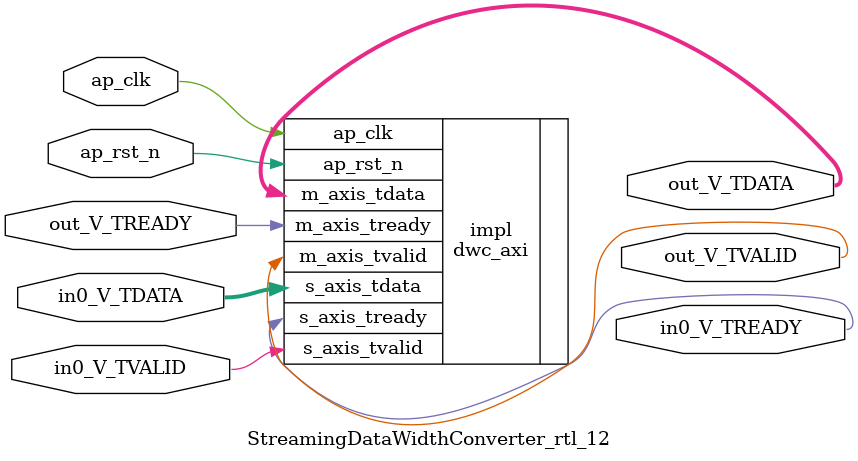
<source format=v>
/******************************************************************************
 * Copyright (C) 2023, Advanced Micro Devices, Inc.
 * All rights reserved.
 *
 * Redistribution and use in source and binary forms, with or without
 * modification, are permitted provided that the following conditions are met:
 *
 *  1. Redistributions of source code must retain the above copyright notice,
 *     this list of conditions and the following disclaimer.
 *
 *  2. Redistributions in binary form must reproduce the above copyright
 *     notice, this list of conditions and the following disclaimer in the
 *     documentation and/or other materials provided with the distribution.
 *
 *  3. Neither the name of the copyright holder nor the names of its
 *     contributors may be used to endorse or promote products derived from
 *     this software without specific prior written permission.
 *
 * THIS SOFTWARE IS PROVIDED BY THE COPYRIGHT HOLDERS AND CONTRIBUTORS "AS IS"
 * AND ANY EXPRESS OR IMPLIED WARRANTIES, INCLUDING, BUT NOT LIMITED TO,
 * THE IMPLIED WARRANTIES OF MERCHANTABILITY AND FITNESS FOR A PARTICULAR
 * PURPOSE ARE DISCLAIMED. IN NO EVENT SHALL THE COPYRIGHT HOLDER OR
 * CONTRIBUTORS BE LIABLE FOR ANY DIRECT, INDIRECT, INCIDENTAL, SPECIAL,
 * EXEMPLARY, OR CONSEQUENTIAL DAMAGES (INCLUDING, BUT NOT LIMITED TO,
 * PROCUREMENT OF SUBSTITUTE GOODS OR SERVICES; LOSS OF USE, DATA, OR PROFITS;
 * OR BUSINESS INTERRUPTION). HOWEVER CAUSED AND ON ANY THEORY OF LIABILITY,
 * WHETHER IN CONTRACT, STRICT LIABILITY, OR TORT (INCLUDING NEGLIGENCE OR
 * OTHERWISE) ARISING IN ANY WAY OUT OF THE USE OF THIS SOFTWARE, EVEN IF
 * ADVISED OF THE POSSIBILITY OF SUCH DAMAGE.
 *****************************************************************************/

module StreamingDataWidthConverter_rtl_12 #(
	parameter  IBITS = 96,
	parameter  OBITS = 3,

	parameter  AXI_IBITS = (IBITS+7)/8 * 8,
	parameter  AXI_OBITS = (OBITS+7)/8 * 8
)(
	//- Global Control ------------------
	(* X_INTERFACE_INFO = "xilinx.com:signal:clock:1.0 ap_clk CLK" *)
	(* X_INTERFACE_PARAMETER = "ASSOCIATED_BUSIF in0_V:out_V, ASSOCIATED_RESET ap_rst_n" *)
	input	ap_clk,
	(* X_INTERFACE_PARAMETER = "POLARITY ACTIVE_LOW" *)
	input	ap_rst_n,

	//- AXI Stream - Input --------------
	output	in0_V_TREADY,
	input	in0_V_TVALID,
	input	[AXI_IBITS-1:0]  in0_V_TDATA,

	//- AXI Stream - Output -------------
	input	out_V_TREADY,
	output	out_V_TVALID,
	output	[AXI_OBITS-1:0]  out_V_TDATA
);

	dwc_axi #(
		.IBITS(IBITS),
		.OBITS(OBITS)
	) impl (
		.ap_clk(ap_clk),
		.ap_rst_n(ap_rst_n),
		.s_axis_tready(in0_V_TREADY),
		.s_axis_tvalid(in0_V_TVALID),
		.s_axis_tdata(in0_V_TDATA),
		.m_axis_tready(out_V_TREADY),
		.m_axis_tvalid(out_V_TVALID),
		.m_axis_tdata(out_V_TDATA)
	);

endmodule

</source>
